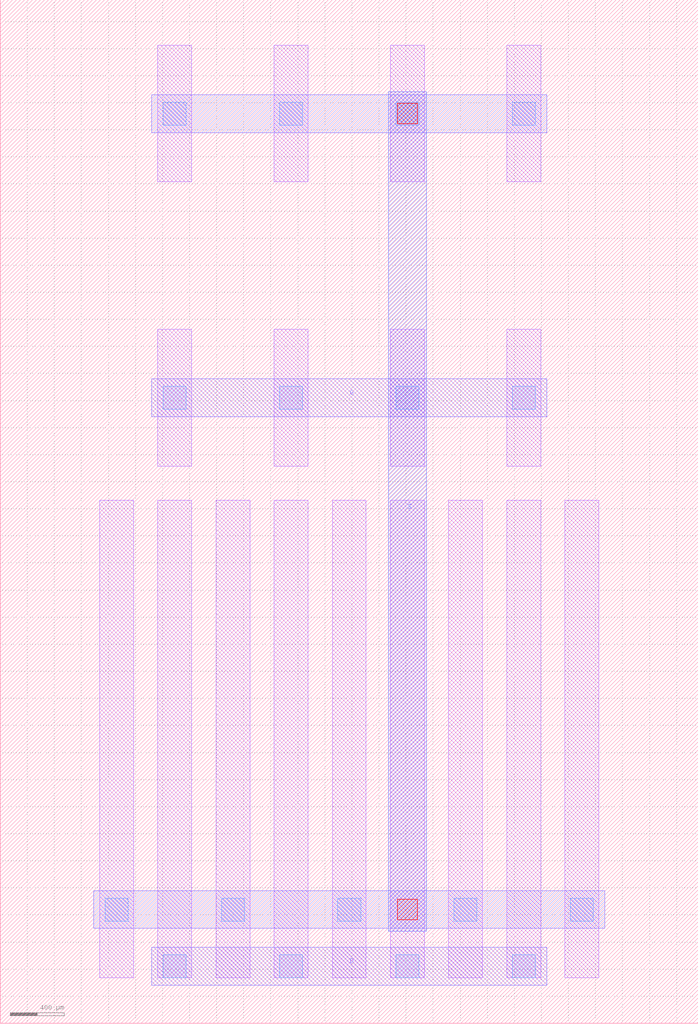
<source format=lef>
MACRO NMOS_S_18635307_X4_Y1
  UNITS 
    DATABASE MICRONS UNITS 1000;
  END UNITS 
  ORIGIN 0 0 ;
  FOREIGN NMOS_S_18635307_X4_Y1 0 0 ;
  SIZE 5160 BY 7560 ;
  PIN D
    DIRECTION INOUT ;
    USE SIGNAL ;
    PORT
      LAYER M2 ;
        RECT 1120 280 4040 560 ;
    END
  END D
  PIN G
    DIRECTION INOUT ;
    USE SIGNAL ;
    PORT
      LAYER M2 ;
        RECT 1120 4480 4040 4760 ;
    END
  END G
  PIN S
    DIRECTION INOUT ;
    USE SIGNAL ;
    PORT
      LAYER M3 ;
        RECT 2870 680 3150 6880 ;
    END
  END S
  OBS
    LAYER M1 ;
      RECT 1165 335 1415 3865 ;
    LAYER M1 ;
      RECT 1165 4115 1415 5125 ;
    LAYER M1 ;
      RECT 1165 6215 1415 7225 ;
    LAYER M1 ;
      RECT 735 335 985 3865 ;
    LAYER M1 ;
      RECT 1595 335 1845 3865 ;
    LAYER M1 ;
      RECT 2025 335 2275 3865 ;
    LAYER M1 ;
      RECT 2025 4115 2275 5125 ;
    LAYER M1 ;
      RECT 2025 6215 2275 7225 ;
    LAYER M1 ;
      RECT 2455 335 2705 3865 ;
    LAYER M1 ;
      RECT 2885 335 3135 3865 ;
    LAYER M1 ;
      RECT 2885 4115 3135 5125 ;
    LAYER M1 ;
      RECT 2885 6215 3135 7225 ;
    LAYER M1 ;
      RECT 3315 335 3565 3865 ;
    LAYER M1 ;
      RECT 3745 335 3995 3865 ;
    LAYER M1 ;
      RECT 3745 4115 3995 5125 ;
    LAYER M1 ;
      RECT 3745 6215 3995 7225 ;
    LAYER M1 ;
      RECT 4175 335 4425 3865 ;
    LAYER M2 ;
      RECT 690 700 4470 980 ;
    LAYER M2 ;
      RECT 1120 6580 4040 6860 ;
    LAYER V1 ;
      RECT 2925 335 3095 505 ;
    LAYER V1 ;
      RECT 2925 4535 3095 4705 ;
    LAYER V1 ;
      RECT 2925 6635 3095 6805 ;
    LAYER V1 ;
      RECT 3785 335 3955 505 ;
    LAYER V1 ;
      RECT 3785 4535 3955 4705 ;
    LAYER V1 ;
      RECT 3785 6635 3955 6805 ;
    LAYER V1 ;
      RECT 1205 335 1375 505 ;
    LAYER V1 ;
      RECT 1205 4535 1375 4705 ;
    LAYER V1 ;
      RECT 1205 6635 1375 6805 ;
    LAYER V1 ;
      RECT 2065 335 2235 505 ;
    LAYER V1 ;
      RECT 2065 4535 2235 4705 ;
    LAYER V1 ;
      RECT 2065 6635 2235 6805 ;
    LAYER V1 ;
      RECT 775 755 945 925 ;
    LAYER V1 ;
      RECT 1635 755 1805 925 ;
    LAYER V1 ;
      RECT 2495 755 2665 925 ;
    LAYER V1 ;
      RECT 3355 755 3525 925 ;
    LAYER V1 ;
      RECT 4215 755 4385 925 ;
    LAYER V2 ;
      RECT 2935 765 3085 915 ;
    LAYER V2 ;
      RECT 2935 6645 3085 6795 ;
  END
END NMOS_S_18635307_X4_Y1

</source>
